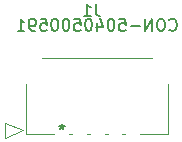
<source format=gbr>
%TF.GenerationSoftware,KiCad,Pcbnew,(5.1.10)-1*%
%TF.CreationDate,2022-05-08T17:07:42-07:00*%
%TF.ProjectId,solar-panel-side+XY,736f6c61-722d-4706-916e-656c2d736964,1.0*%
%TF.SameCoordinates,Original*%
%TF.FileFunction,Legend,Bot*%
%TF.FilePolarity,Positive*%
%FSLAX46Y46*%
G04 Gerber Fmt 4.6, Leading zero omitted, Abs format (unit mm)*
G04 Created by KiCad (PCBNEW (5.1.10)-1) date 2022-05-08 17:07:42*
%MOMM*%
%LPD*%
G01*
G04 APERTURE LIST*
%ADD10C,0.120000*%
%ADD11C,0.150000*%
G04 APERTURE END LIST*
D10*
%TO.C,J1*%
X122274962Y-109340000D02*
X122015042Y-109340000D01*
X120774962Y-109340000D02*
X120515040Y-109340000D01*
X119274960Y-109340000D02*
X119015041Y-109340000D01*
X117774961Y-109340000D02*
X117515041Y-109340000D01*
X116274961Y-109340000D02*
X113870013Y-109340000D01*
X115234886Y-102900000D02*
X124555117Y-102900000D01*
X113870013Y-109340000D02*
X113870013Y-105030040D01*
X125919990Y-109340000D02*
X123515042Y-109340000D01*
X125919990Y-105030040D02*
X125919990Y-109340000D01*
X112092014Y-109635000D02*
X113616014Y-109000000D01*
X112092014Y-108365000D02*
X112092014Y-109635000D01*
X113616014Y-109000000D02*
X112092014Y-108365000D01*
D11*
X119768334Y-98292380D02*
X119768334Y-99006666D01*
X119815953Y-99149523D01*
X119911191Y-99244761D01*
X120054048Y-99292380D01*
X120149286Y-99292380D01*
X118768334Y-99292380D02*
X119339762Y-99292380D01*
X119054048Y-99292380D02*
X119054048Y-98292380D01*
X119149286Y-98435238D01*
X119244524Y-98530476D01*
X119339762Y-98578095D01*
X126014050Y-100467142D02*
X126061669Y-100514761D01*
X126204526Y-100562380D01*
X126299764Y-100562380D01*
X126442622Y-100514761D01*
X126537860Y-100419523D01*
X126585479Y-100324285D01*
X126633098Y-100133809D01*
X126633098Y-99990952D01*
X126585479Y-99800476D01*
X126537860Y-99705238D01*
X126442622Y-99610000D01*
X126299764Y-99562380D01*
X126204526Y-99562380D01*
X126061669Y-99610000D01*
X126014050Y-99657619D01*
X125395003Y-99562380D02*
X125204526Y-99562380D01*
X125109288Y-99610000D01*
X125014050Y-99705238D01*
X124966431Y-99895714D01*
X124966431Y-100229047D01*
X125014050Y-100419523D01*
X125109288Y-100514761D01*
X125204526Y-100562380D01*
X125395003Y-100562380D01*
X125490241Y-100514761D01*
X125585479Y-100419523D01*
X125633098Y-100229047D01*
X125633098Y-99895714D01*
X125585479Y-99705238D01*
X125490241Y-99610000D01*
X125395003Y-99562380D01*
X124537860Y-100562380D02*
X124537860Y-99562380D01*
X123966431Y-100562380D01*
X123966431Y-99562380D01*
X123490241Y-100181428D02*
X122728336Y-100181428D01*
X121775955Y-99562380D02*
X122252145Y-99562380D01*
X122299764Y-100038571D01*
X122252145Y-99990952D01*
X122156907Y-99943333D01*
X121918812Y-99943333D01*
X121823574Y-99990952D01*
X121775955Y-100038571D01*
X121728336Y-100133809D01*
X121728336Y-100371904D01*
X121775955Y-100467142D01*
X121823574Y-100514761D01*
X121918812Y-100562380D01*
X122156907Y-100562380D01*
X122252145Y-100514761D01*
X122299764Y-100467142D01*
X121109288Y-99562380D02*
X121014050Y-99562380D01*
X120918812Y-99610000D01*
X120871193Y-99657619D01*
X120823574Y-99752857D01*
X120775955Y-99943333D01*
X120775955Y-100181428D01*
X120823574Y-100371904D01*
X120871193Y-100467142D01*
X120918812Y-100514761D01*
X121014050Y-100562380D01*
X121109288Y-100562380D01*
X121204526Y-100514761D01*
X121252145Y-100467142D01*
X121299764Y-100371904D01*
X121347383Y-100181428D01*
X121347383Y-99943333D01*
X121299764Y-99752857D01*
X121252145Y-99657619D01*
X121204526Y-99610000D01*
X121109288Y-99562380D01*
X119918812Y-99895714D02*
X119918812Y-100562380D01*
X120156907Y-99514761D02*
X120395003Y-100229047D01*
X119775955Y-100229047D01*
X119204526Y-99562380D02*
X119109288Y-99562380D01*
X119014050Y-99610000D01*
X118966431Y-99657619D01*
X118918812Y-99752857D01*
X118871193Y-99943333D01*
X118871193Y-100181428D01*
X118918812Y-100371904D01*
X118966431Y-100467142D01*
X119014050Y-100514761D01*
X119109288Y-100562380D01*
X119204526Y-100562380D01*
X119299764Y-100514761D01*
X119347383Y-100467142D01*
X119395003Y-100371904D01*
X119442622Y-100181428D01*
X119442622Y-99943333D01*
X119395003Y-99752857D01*
X119347383Y-99657619D01*
X119299764Y-99610000D01*
X119204526Y-99562380D01*
X117966431Y-99562380D02*
X118442622Y-99562380D01*
X118490241Y-100038571D01*
X118442622Y-99990952D01*
X118347383Y-99943333D01*
X118109288Y-99943333D01*
X118014050Y-99990952D01*
X117966431Y-100038571D01*
X117918812Y-100133809D01*
X117918812Y-100371904D01*
X117966431Y-100467142D01*
X118014050Y-100514761D01*
X118109288Y-100562380D01*
X118347383Y-100562380D01*
X118442622Y-100514761D01*
X118490241Y-100467142D01*
X117299764Y-99562380D02*
X117204526Y-99562380D01*
X117109288Y-99610000D01*
X117061669Y-99657619D01*
X117014050Y-99752857D01*
X116966431Y-99943333D01*
X116966431Y-100181428D01*
X117014050Y-100371904D01*
X117061669Y-100467142D01*
X117109288Y-100514761D01*
X117204526Y-100562380D01*
X117299764Y-100562380D01*
X117395003Y-100514761D01*
X117442622Y-100467142D01*
X117490241Y-100371904D01*
X117537860Y-100181428D01*
X117537860Y-99943333D01*
X117490241Y-99752857D01*
X117442622Y-99657619D01*
X117395003Y-99610000D01*
X117299764Y-99562380D01*
X116347383Y-99562380D02*
X116252145Y-99562380D01*
X116156907Y-99610000D01*
X116109288Y-99657619D01*
X116061669Y-99752857D01*
X116014050Y-99943333D01*
X116014050Y-100181428D01*
X116061669Y-100371904D01*
X116109288Y-100467142D01*
X116156907Y-100514761D01*
X116252145Y-100562380D01*
X116347383Y-100562380D01*
X116442622Y-100514761D01*
X116490241Y-100467142D01*
X116537860Y-100371904D01*
X116585479Y-100181428D01*
X116585479Y-99943333D01*
X116537860Y-99752857D01*
X116490241Y-99657619D01*
X116442622Y-99610000D01*
X116347383Y-99562380D01*
X115109288Y-99562380D02*
X115585479Y-99562380D01*
X115633098Y-100038571D01*
X115585479Y-99990952D01*
X115490241Y-99943333D01*
X115252145Y-99943333D01*
X115156907Y-99990952D01*
X115109288Y-100038571D01*
X115061669Y-100133809D01*
X115061669Y-100371904D01*
X115109288Y-100467142D01*
X115156907Y-100514761D01*
X115252145Y-100562380D01*
X115490241Y-100562380D01*
X115585479Y-100514761D01*
X115633098Y-100467142D01*
X114585479Y-100562380D02*
X114395003Y-100562380D01*
X114299764Y-100514761D01*
X114252145Y-100467142D01*
X114156907Y-100324285D01*
X114109288Y-100133809D01*
X114109288Y-99752857D01*
X114156907Y-99657619D01*
X114204526Y-99610000D01*
X114299764Y-99562380D01*
X114490241Y-99562380D01*
X114585479Y-99610000D01*
X114633098Y-99657619D01*
X114680717Y-99752857D01*
X114680717Y-99990952D01*
X114633098Y-100086190D01*
X114585479Y-100133809D01*
X114490241Y-100181428D01*
X114299764Y-100181428D01*
X114204526Y-100133809D01*
X114156907Y-100086190D01*
X114109288Y-99990952D01*
X113156907Y-100562380D02*
X113728336Y-100562380D01*
X113442622Y-100562380D02*
X113442622Y-99562380D01*
X113537860Y-99705238D01*
X113633098Y-99800476D01*
X113728336Y-99848095D01*
X116895001Y-108452380D02*
X116895001Y-108690476D01*
X117133096Y-108595238D02*
X116895001Y-108690476D01*
X116656905Y-108595238D01*
X117037858Y-108880952D02*
X116895001Y-108690476D01*
X116752143Y-108880952D01*
%TD*%
M02*

</source>
